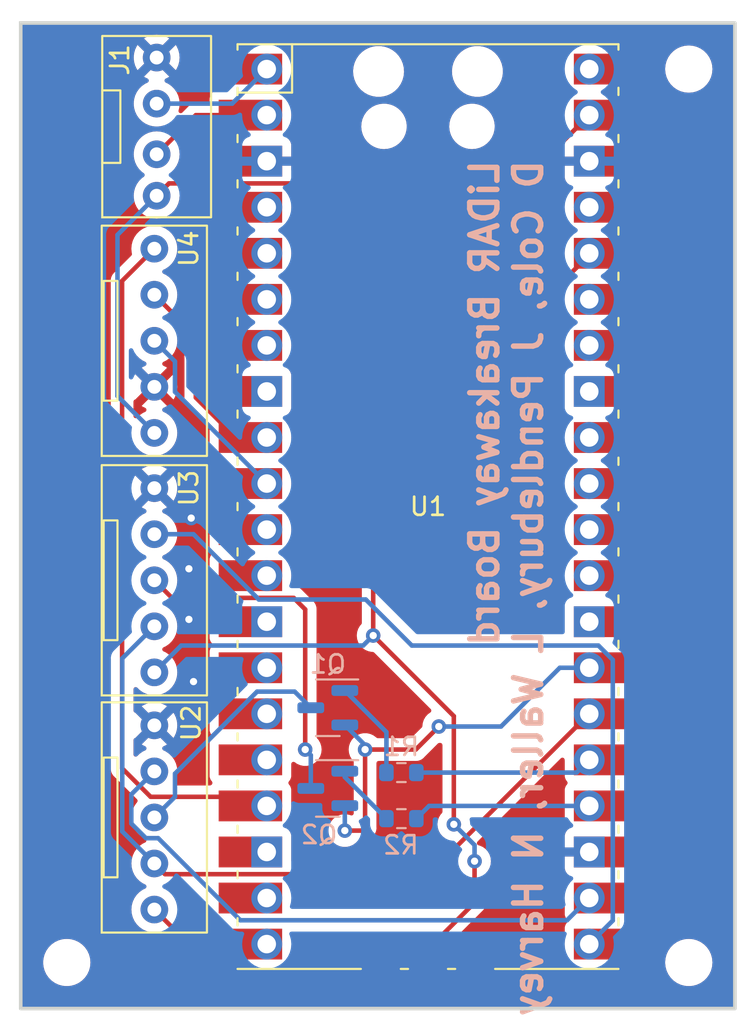
<source format=kicad_pcb>
(kicad_pcb (version 20221018) (generator pcbnew)
  (layers (0 "F.Cu" signal) (31 "B.Cu" signal) (34 "B.Paste" user) (35 "F.Paste" user) (36 "B.SilkS" user "B.Silkscreen") (37 "F.SilkS" user "F.Silkscreen") (38 "B.Mask" user) (39 "F.Mask" user) (44 "Edge.Cuts" user))
  (net 0 "")
  (net 1 "Net-(Q1-C)")
  (net 2 "Net-(Q1-B)")
  (net 3 "SCL")
  (net 4 "Net-(Q2-C)")
  (net 5 "Net-(Q2-B)")
  (net 6 "UART_0_TX")
  (net 7 "UART_0_RX")
  (net 10 "SDA")
  (net 12 "IMU_SCL")
  (net 13 "IMU_SDA")
  (net 20 "IMU_INT")
  (net 21 "INT_1")
  (net 22 "INT_2")
  (net 31 "3V3_BOARD_OUT")
  (net 33 "Earth")
  (net 34 "5V_MAIN_BOARD")
  (net 36 "Net-(U1-GPIO19)")
  (net 37 "Net-(U1-GPIO18)")
  (footprint "HEVCS_Sensor_Footprints:Conn_01x05_MOLEX" (layer "F.Cu") (at 134.94 115.885 90)
    (fp_text reference "U3" (at 5.08 1.905 90 unlocked) (layer "F.SilkS"))
    (fp_text value "~" hide)
    (fp_rect (start -6.35 -2.9) (end 6.35 2.9) (stroke (width 0.12)) (fill none) (layer "F.SilkS"))
    (fp_rect (start -3.302 -2.794) (end 3.302 -2.032) (stroke (width 0.12)) (fill none) (layer "F.SilkS"))
    (pad "1" thru_hole circle (at -5.08 0 90) (size 1.524 1.524) (drill 0.762) (layers "*.Cu" "*.Mask") (net 31 "3V3_BOARD_OUT"))
    (pad "2" thru_hole circle (at -2.54 0 90) (size 1.524 1.524) (drill 0.762) (layers "*.Cu" "*.Mask") (net 10 "SDA"))
    (pad "3" thru_hole circle (at 0 0 90) (size 1.524 1.524) (drill 0.762) (layers "*.Cu" "*.Mask") (net 4 "Net-(Q2-C)"))
    (pad "4" thru_hole circle (at 2.54 0 90) (size 1.524 1.524) (drill 0.762) (layers "*.Cu" "*.Mask") (net 22 "INT_2"))
    (pad "5" thru_hole circle (at 5.08 0 90) (size 1.524 1.524) (drill 0.762) (layers "*.Cu" "*.Mask") (net 33 "Earth"))
  )
  (footprint "HEVCS_Sensor_Footprints:Pi_Pico" (layer "F.Cu") (at 150.026 111.821)
    (fp_text reference "U1" (at 0 0) (layer "F.SilkS"))
    (fp_text value "Pico")
    (fp_line (start -10.5 -25.5) (end -10.5 -25.2) (stroke (width 0.12)) (layer "F.SilkS"))
    (fp_line (start -10.5 -25.5) (end 10.5 -25.5) (stroke (width 0.12)) (layer "F.SilkS"))
    (fp_line (start -10.5 -23.1) (end -10.5 -22.7) (stroke (width 0.12)) (layer "F.SilkS"))
    (fp_line (start -10.5 -22.833) (end -7.493 -22.833) (stroke (width 0.12)) (layer "F.SilkS"))
    (fp_line (start -10.5 -20.5) (end -10.5 -20.1) (stroke (width 0.12)) (layer "F.SilkS"))
    (fp_line (start -10.5 -18) (end -10.5 -17.6) (stroke (width 0.12)) (layer "F.SilkS"))
    (fp_line (start -10.5 -15.4) (end -10.5 -15) (stroke (width 0.12)) (layer "F.SilkS"))
    (fp_line (start -10.5 -12.9) (end -10.5 -12.5) (stroke (width 0.12)) (layer "F.SilkS"))
    (fp_line (start -10.5 -10.4) (end -10.5 -10) (stroke (width 0.12)) (layer "F.SilkS"))
    (fp_line (start -10.5 -7.8) (end -10.5 -7.4) (stroke (width 0.12)) (layer "F.SilkS"))
    (fp_line (start -10.5 -5.3) (end -10.5 -4.9) (stroke (width 0.12)) (layer "F.SilkS"))
    (fp_line (start -10.5 -2.7) (end -10.5 -2.3) (stroke (width 0.12)) (layer "F.SilkS"))
    (fp_line (start -10.5 -0.2) (end -10.5 0.2) (stroke (width 0.12)) (layer "F.SilkS"))
    (fp_line (start -10.5 2.3) (end -10.5 2.7) (stroke (width 0.12)) (layer "F.SilkS"))
    (fp_line (start -10.5 4.9) (end -10.5 5.3) (stroke (width 0.12)) (layer "F.SilkS"))
    (fp_line (start -10.5 7.4) (end -10.5 7.8) (stroke (width 0.12)) (layer "F.SilkS"))
    (fp_line (start -10.5 10) (end -10.5 10.4) (stroke (width 0.12)) (layer "F.SilkS"))
    (fp_line (start -10.5 12.5) (end -10.5 12.9) (stroke (width 0.12)) (layer "F.SilkS"))
    (fp_line (start -10.5 15.1) (end -10.5 15.5) (stroke (width 0.12)) (layer "F.SilkS"))
    (fp_line (start -10.5 17.6) (end -10.5 18) (stroke (width 0.12)) (layer "F.SilkS"))
    (fp_line (start -10.5 20.1) (end -10.5 20.5) (stroke (width 0.12)) (layer "F.SilkS"))
    (fp_line (start -10.5 22.7) (end -10.5 23.1) (stroke (width 0.12)) (layer "F.SilkS"))
    (fp_line (start -7.493 -22.833) (end -7.493 -25.5) (stroke (width 0.12)) (layer "F.SilkS"))
    (fp_line (start -3.7 25.5) (end -10.5 25.5) (stroke (width 0.12)) (layer "F.SilkS"))
    (fp_line (start -1.5 25.5) (end -1.1 25.5) (stroke (width 0.12)) (layer "F.SilkS"))
    (fp_line (start 1.1 25.5) (end 1.5 25.5) (stroke (width 0.12)) (layer "F.SilkS"))
    (fp_line (start 10.5 -25.5) (end 10.5 -25.2) (stroke (width 0.12)) (layer "F.SilkS"))
    (fp_line (start 10.5 -23.1) (end 10.5 -22.7) (stroke (width 0.12)) (layer "F.SilkS"))
    (fp_line (start 10.5 -20.5) (end 10.5 -20.1) (stroke (width 0.12)) (layer "F.SilkS"))
    (fp_line (start 10.5 -18) (end 10.5 -17.6) (stroke (width 0.12)) (layer "F.SilkS"))
    (fp_line (start 10.5 -15.4) (end 10.5 -15) (stroke (width 0.12)) (layer "F.SilkS"))
    (fp_line (start 10.5 -12.9) (end 10.5 -12.5) (stroke (width 0.12)) (layer "F.SilkS"))
    (fp_line (start 10.5 -10.4) (end 10.5 -10) (stroke (width 0.12)) (layer "F.SilkS"))
    (fp_line (start 10.5 -7.8) (end 10.5 -7.4) (stroke (width 0.12)) (layer "F.SilkS"))
    (fp_line (start 10.5 -5.3) (end 10.5 -4.9) (stroke (width 0.12)) (layer "F.SilkS"))
    (fp_line (start 10.5 -2.7) (end 10.5 -2.3) (stroke (width 0.12)) (layer "F.SilkS"))
    (fp_line (start 10.5 -0.2) (end 10.5 0.2) (stroke (width 0.12)) (layer "F.SilkS"))
    (fp_line (start 10.5 2.3) (end 10.5 2.7) (stroke (width 0.12)) (layer "F.SilkS"))
    (fp_line (start 10.5 4.9) (end 10.5 5.3) (stroke (width 0.12)) (layer "F.SilkS"))
    (fp_line (start 10.5 7.4) (end 10.5 7.8) (stroke (width 0.12)) (layer "F.SilkS"))
    (fp_line (start 10.5 10) (end 10.5 10.4) (stroke (width 0.12)) (layer "F.SilkS"))
    (fp_line (start 10.5 12.5) (end 10.5 12.9) (stroke (width 0.12)) (layer "F.SilkS"))
    (fp_line (start 10.5 15.1) (end 10.5 15.5) (stroke (width 0.12)) (layer "F.SilkS"))
    (fp_line (start 10.5 17.6) (end 10.5 18) (stroke (width 0.12)) (layer "F.SilkS"))
    (fp_line (start 10.5 20.1) (end 10.5 20.5) (stroke (width 0.12)) (layer "F.SilkS"))
    (fp_line (start 10.5 22.7) (end 10.5 23.1) (stroke (width 0.12)) (layer "F.SilkS"))
    (fp_line (start 10.5 25.5) (end 3.7 25.5) (stroke (width 0.12)) (layer "F.SilkS"))
    (pad "" np_thru_hole oval (at -2.725 -24) (size 1.8 1.8) (drill 1.8) (layers "*.Cu" "*.Mask"))
    (pad "" np_thru_hole oval (at -2.425 -20.97) (size 1.5 1.5) (drill 1.5) (layers "*.Cu" "*.Mask"))
    (pad "" np_thru_hole oval (at 2.425 -20.97) (size 1.5 1.5) (drill 1.5) (layers "*.Cu" "*.Mask"))
    (pad "" np_thru_hole oval (at 2.725 -24) (size 1.8 1.8) (drill 1.8) (layers "*.Cu" "*.Mask"))
    (pad "1" thru_hole oval (at -8.89 -24.13) (size 1.7 1.7) (drill 1.02) (layers "*.Cu" "*.Mask") (net 6 "UART_0_TX"))
    (pad "1" smd rect (at -8.89 -24.13) (size 3.5 1.7) (drill (offset -0.9 0)) (layers "F.Cu" "F.Mask") (net 6 "UART_0_TX"))
    (pad "2" thru_hole oval (at -8.89 -21.59) (size 1.7 1.7) (drill 1.02) (layers "*.Cu" "*.Mask") (net 7 "UART_0_RX"))
    (pad "2" smd rect (at -8.89 -21.59) (size 3.5 1.7) (drill (offset -0.9 0)) (layers "F.Cu" "F.Mask") (net 7 "UART_0_RX"))
    (pad "3" thru_hole rect (at -8.89 -19.05) (size 1.7 1.7) (drill 1.02) (layers "*.Cu" "*.Mask") (net 33 "Earth"))
    (pad "3" smd rect (at -8.89 -19.05) (size 3.5 1.7) (drill (offset -0.9 0)) (layers "F.Cu" "F.Mask") (net 33 "Earth"))
    (pad "4" thru_hole oval (at -8.89 -16.51) (size 1.7 1.7) (drill 1.02) (layers "*.Cu" "*.Mask"))
    (pad "4" smd rect (at -8.89 -16.51) (size 3.5 1.7) (drill (offset -0.9 0)) (layers "F.Cu" "F.Mask"))
    (pad "5" thru_hole oval (at -8.89 -13.97) (size 1.7 1.7) (drill 1.02) (layers "*.Cu" "*.Mask"))
    (pad "5" smd rect (at -8.89 -13.97) (size 3.5 1.7) (drill (offset -0.9 0)) (layers "F.Cu" "F.Mask"))
    (pad "6" thru_hole oval (at -8.89 -11.43) (size 1.7 1.7) (drill 1.02) (layers "*.Cu" "*.Mask"))
    (pad "6" smd rect (at -8.89 -11.43) (size 3.5 1.7) (drill (offset -0.9 0)) (layers "F.Cu" "F.Mask"))
    (pad "7" thru_hole oval (at -8.89 -8.89) (size 1.7 1.7) (drill 1.02) (layers "*.Cu" "*.Mask"))
    (pad "7" smd rect (at -8.89 -8.89) (size 3.5 1.7) (drill (offset -0.9 0)) (layers "F.Cu" "F.Mask"))
    (pad "8" thru_hole rect (at -8.89 -6.35) (size 1.7 1.7) (drill 1.02) (layers "*.Cu" "*.Mask"))
    (pad "8" smd rect (at -8.89 -6.35) (size 3.5 1.7) (drill (offset -0.9 0)) (layers "F.Cu" "F.Mask"))
    (pad "9" thru_hole oval (at -8.89 -3.81) (size 1.7 1.7) (drill 1.02) (layers "*.Cu" "*.Mask") (net 13 "IMU_SDA"))
    (pad "9" smd rect (at -8.89 -3.81) (size 3.5 1.7) (drill (offset -0.9 0)) (layers "F.Cu" "F.Mask") (net 13 "IMU_SDA"))
    (pad "10" thru_hole oval (at -8.89 -1.27) (size 1.7 1.7) (drill 1.02) (layers "*.Cu" "*.Mask") (net 12 "IMU_SCL"))
    (pad "10" smd rect (at -8.89 -1.27) (size 3.5 1.7) (drill (offset -0.9 0)) (layers "F.Cu" "F.Mask") (net 12 "IMU_SCL"))
    (pad "11" thru_hole oval (at -8.89 1.27) (size 1.7 1.7) (drill 1.02) (layers "*.Cu" "*.Mask"))
    (pad "11" smd rect (at -8.89 1.27) (size 3.5 1.7) (drill (offset -0.9 0)) (layers "F.Cu" "F.Mask"))
    (pad "12" thru_hole oval (at -8.89 3.81) (size 1.7 1.7) (drill 1.02) (layers "*.Cu" "*.Mask"))
    (pad "12" smd rect (at -8.89 3.81) (size 3.5 1.7) (drill (offset -0.9 0)) (layers "F.Cu" "F.Mask"))
    (pad "13" thru_hole rect (at -8.89 6.35) (size 1.7 1.7) (drill 1.02) (layers "*.Cu" "*.Mask"))
    (pad "13" smd rect (at -8.89 6.35) (size 3.5 1.7) (drill (offset -0.9 0)) (layers "F.Cu" "F.Mask"))
    (pad "14" thru_hole oval (at -8.89 8.89) (size 1.7 1.7) (drill 1.02) (layers "*.Cu" "*.Mask"))
    (pad "14" smd rect (at -8.89 8.89) (size 3.5 1.7) (drill (offset -0.9 0)) (layers "F.Cu" "F.Mask"))
    (pad "15" thru_hole oval (at -8.89 11.43) (size 1.7 1.7) (drill 1.02) (layers "*.Cu" "*.Mask"))
    (pad "15" smd rect (at -8.89 11.43) (size 3.5 1.7) (drill (offset -0.9 0)) (layers "F.Cu" "F.Mask"))
    (pad "16" thru_hole oval (at -8.89 13.97) (size 1.7 1.7) (drill 1.02) (layers "*.Cu" "*.Mask"))
    (pad "16" smd rect (at -8.89 13.97) (size 3.5 1.7) (drill (offset -0.9 0)) (layers "F.Cu" "F.Mask"))
    (pad "17" thru_hole oval (at -8.89 16.51) (size 1.7 1.7) (drill 1.02) (layers "*.Cu" "*.Mask") (net 20 "IMU_INT"))
    (pad "17" smd rect (at -8.89 16.51) (size 3.5 1.7) (drill (offset -0.9 0)) (layers "F.Cu" "F.Mask") (net 20 "IMU_INT"))
    (pad "18" thru_hole rect (at -8.89 19.05) (size 1.7 1.7) (drill 1.02) (layers "*.Cu" "*.Mask"))
    (pad "18" smd rect (at -8.89 19.05) (size 3.5 1.7) (drill (offset -0.9 0)) (layers "F.Cu" "F.Mask"))
    (pad "19" thru_hole oval (at -8.89 21.59) (size 1.7 1.7) (drill 1.02) (layers "*.Cu" "*.Mask"))
    (pad "19" smd rect (at -8.89 21.59) (size 3.5 1.7) (drill (offset -0.9 0)) (layers "F.Cu" "F.Mask"))
    (pad "20" thru_hole oval (at -8.89 24.13) (size 1.7 1.7) (drill 1.02) (layers "*.Cu" "*.Mask"))
    (pad "20" smd rect (at -8.89 24.13) (size 3.5 1.7) (drill (offset -0.9 0)) (layers "F.Cu" "F.Mask"))
    (pad "21" thru_hole oval (at 8.89 24.13) (size 1.7 1.7) (drill 1.02) (layers "*.Cu" "*.Mask") (net 22 "INT_2"))
    (pad "21" smd rect (at 8.89 24.13) (size 3.5 1.7) (drill (offset 0.9 0)) (layers "F.Cu" "F.Mask") (net 22 "INT_2"))
    (pad "22" thru_hole oval (at 8.89 21.59) (size 1.7 1.7) (drill 1.02) (layers "*.Cu" "*.Mask") (net 21 "INT_1"))
    (pad "22" smd rect (at 8.89 21.59) (size 3.5 1.7) (drill (offset 0.9 0)) (layers "F.Cu" "F.Mask") (net 21 "INT_1"))
    (pad "23" thru_hole rect (at 8.89 19.05) (size 1.7 1.7) (drill 1.02) (layers "*.Cu" "*.Mask") (net 33 "Earth"))
    (pad "23" smd rect (at 8.89 19.05) (size 3.5 1.7) (drill (offset 0.9 0)) (layers "F.Cu" "F.Mask") (net 33 "Earth"))
    (pad "24" thru_hole oval (at 8.89 16.51) (size 1.7 1.7) (drill 1.02) (layers "*.Cu" "*.Mask") (net 37 "Net-(U1-GPIO18)"))
    (pad "24" smd rect (at 8.89 16.51) (size 3.5 1.7) (drill (offset 0.9 0)) (layers "F.Cu" "F.Mask") (net 37 "Net-(U1-GPIO18)"))
    (pad "25" thru_hole oval (at 8.89 13.97) (size 1.7 1.7) (drill 1.02) (layers "*.Cu" "*.Mask") (net 36 "Net-(U1-GPIO19)"))
    (pad "25" smd rect (at 8.89 13.97) (size 3.5 1.7) (drill (offset 0.9 0)) (layers "F.Cu" "F.Mask") (net 36 "Net-(U1-GPIO19)"))
    (pad "26" thru_hole oval (at 8.89 11.43) (size 1.7 1.7) (drill 1.02) (layers "*.Cu" "*.Mask") (net 10 "SDA"))
    (pad "26" smd rect (at 8.89 11.43) (size 3.5 1.7) (drill (offset 0.9 0)) (layers "F.Cu" "F.Mask") (net 10 "SDA"))
    (pad "27" thru_hole oval (at 8.89 8.89) (size 1.7 1.7) (drill 1.02) (layers "*.Cu" "*.Mask") (net 3 "SCL"))
    (pad "27" smd rect (at 8.89 8.89) (size 3.5 1.7) (drill (offset 0.9 0)) (layers "F.Cu" "F.Mask") (net 3 "SCL"))
    (pad "28" thru_hole rect (at 8.89 6.35) (size 1.7 1.7) (drill 1.02) (layers "*.Cu" "*.Mask"))
    (pad "28" smd rect (at 8.89 6.35) (size 3.5 1.7) (drill (offset 0.9 0)) (layers "F.Cu" "F.Mask"))
    (pad "29" thru_hole oval (at 8.89 3.81) (size 1.7 1.7) (drill 1.02) (layers "*.Cu" "*.Mask"))
    (pad "29" smd rect (at 8.89 3.81) (size 3.5 1.7) (drill (offset 0.9 0)) (layers "F.Cu" "F.Mask"))
    (pad "30" thru_hole oval (at 8.89 1.27) (size 1.7 1.7) (drill 1.02) (layers "*.Cu" "*.Mask"))
    (pad "30" smd rect (at 8.89 1.27) (size 3.5 1.7) (drill (offset 0.9 0)) (layers "F.Cu" "F.Mask"))
    (pad "31" thru_hole oval (at 8.89 -1.27) (size 1.7 1.7) (drill 1.02) (layers "*.Cu" "*.Mask"))
    (pad "31" smd rect (at 8.89 -1.27) (size 3.5 1.7) (drill (offset 0.9 0)) (layers "F.Cu" "F.Mask"))
    (pad "32" thru_hole oval (at 8.89 -3.81) (size 1.7 1.7) (drill 1.02) (layers "*.Cu" "*.Mask"))
    (pad "32" smd rect (at 8.89 -3.81) (size 3.5 1.7) (drill (offset 0.9 0)) (layers "F.Cu" "F.Mask"))
    (pad "33" thru_hole rect (at 8.89 -6.35) (size 1.7 1.7) (drill 1.02) (layers "*.Cu" "*.Mask"))
    (pad "33" smd rect (at 8.89 -6.35) (size 3.5 1.7) (drill (offset 0.9 0)) (layers "F.Cu" "F.Mask"))
    (pad "34" thru_hole oval (at 8.89 -8.89) (size 1.7 1.7) (drill 1.02) (layers "*.Cu" "*.Mask"))
    (pad "34" smd rect (at 8.89 -8.89) (size 3.5 1.7) (drill (offset 0.9 0)) (layers "F.Cu" "F.Mask"))
    (pad "35" thru_hole oval (at 8.89 -11.43) (size 1.7 1.7) (drill 1.02) (layers "*.Cu" "*.Mask"))
    (pad "35" smd rect (at 8.89 -11.43) (size 3.5 1.7) (drill (offset 0.9 0)) (layers "F.Cu" "F.Mask"))
    (pad "36" thru_hole oval (at 8.89 -13.97) (size 1.7 1.7) (drill 1.02) (layers "*.Cu" "*.Mask") (net 31 "3V3_BOARD_OUT"))
    (pad "36" smd rect (at 8.89 -13.97) (size 3.5 1.7) (drill (offset 0.9 0)) (layers "F.Cu" "F.Mask") (net 31 "3V3_BOARD_OUT"))
    (pad "37" thru_hole oval (at 8.89 -16.51) (size 1.7 1.7) (drill 1.02) (layers "*.Cu" "*.Mask"))
    (pad "37" smd rect (at 8.89 -16.51) (size 3.5 1.7) (drill (offset 0.9 0)) (layers "F.Cu" "F.Mask"))
    (pad "38" thru_hole rect (at 8.89 -19.05) (size 1.7 1.7) (drill 1.02) (layers "*.Cu" "*.Mask") (net 33 "Earth"))
    (pad "38" smd rect (at 8.89 -19.05) (size 3.5 1.7) (drill (offset 0.9 0)) (layers "F.Cu" "F.Mask") (net 33 "Earth"))
    (pad "39" thru_hole oval (at 8.89 -21.59) (size 1.7 1.7) (drill 1.02) (layers "*.Cu" "*.Mask") (net 34 "5V_MAIN_BOARD"))
    (pad "39" smd rect (at 8.89 -21.59) (size 3.5 1.7) (drill (offset 0.9 0)) (layers "F.Cu" "F.Mask") (net 34 "5V_MAIN_BOARD"))
    (pad "40" thru_hole oval (at 8.89 -24.13) (size 1.7 1.7) (drill 1.02) (layers "*.Cu" "*.Mask"))
    (pad "40" smd rect (at 8.89 -24.13) (size 3.5 1.7) (drill (offset 0.9 0)) (layers "F.Cu" "F.Mask"))
  )
  (footprint "MountingHole:MountingHole_2.1mm" (layer "F.Cu") (at 164.404 136.967)
    (fp_text reference "REF**" hide)
    (fp_text value "MountingHole_2.1mm" hide)
    (pad "" np_thru_hole circle (at 0 0) (size 2.1 2.1) (drill 2.1) (layers "*.Cu" "*.Mask"))
  )
  (footprint "HEVCS_Sensor_Footprints:Conn_01x05_MOLEX" (layer "F.Cu") (at 134.94 102.677 90)
    (fp_text reference "U4" (at 5.08 1.905 90 unlocked) (layer "F.SilkS"))
    (fp_text value "~")
    (fp_rect (start -6.35 -2.9) (end 6.35 2.9) (stroke (width 0.12)) (fill none) (layer "F.SilkS"))
    (fp_rect (start -3.302 -2.794) (end 3.302 -2.032) (stroke (width 0.12)) (fill none) (layer "F.SilkS"))
    (pad "1" thru_hole circle (at -5.08 0 90) (size 1.524 1.524) (drill 0.762) (layers "*.Cu" "*.Mask") (net 34 "5V_MAIN_BOARD"))
    (pad "2" thru_hole circle (at -2.54 0 90) (size 1.524 1.524) (drill 0.762) (layers "*.Cu" "*.Mask") (net 33 "Earth"))
    (pad "3" thru_hole circle (at 0 0 90) (size 1.524 1.524) (drill 0.762) (layers "*.Cu" "*.Mask") (net 12 "IMU_SCL"))
    (pad "4" thru_hole circle (at 2.54 0 90) (size 1.524 1.524) (drill 0.762) (layers "*.Cu" "*.Mask") (net 13 "IMU_SDA"))
    (pad "8" thru_hole circle (at 5.08 0 90) (size 1.524 1.524) (drill 0.762) (layers "*.Cu" "*.Mask") (net 20 "IMU_INT"))
  )
  (footprint "MountingHole:MountingHole_2.1mm" (layer "F.Cu") (at 130.114 136.967)
    (fp_text reference "REF**" hide)
    (fp_text value "MountingHole_2.1mm" hide)
    (pad "" np_thru_hole circle (at 0 0) (size 2.1 2.1) (drill 2.1) (layers "*.Cu" "*.Mask"))
  )
  (footprint "HEVCS_Sensor_Footprints:Conn_01x05_MOLEX" (layer "F.Cu") (at 134.94 128.966 90)
    (fp_text reference "U2" (at 5.207 2.032 90 unlocked) (layer "F.SilkS"))
    (fp_text value "~" hide)
    (fp_rect (start -6.35 -2.9) (end 6.35 2.9) (stroke (width 0.12)) (fill none) (layer "F.SilkS"))
    (fp_rect (start -3.302 -2.794) (end 3.302 -2.032) (stroke (width 0.12)) (fill none) (layer "F.SilkS"))
    (pad "1" thru_hole circle (at -5.08 0 90) (size 1.524 1.524) (drill 0.762) (layers "*.Cu" "*.Mask") (net 31 "3V3_BOARD_OUT"))
    (pad "2" thru_hole circle (at -2.54 0 90) (size 1.524 1.524) (drill 0.762) (layers "*.Cu" "*.Mask") (net 10 "SDA"))
    (pad "3" thru_hole circle (at 0 0 90) (size 1.524 1.524) (drill 0.762) (layers "*.Cu" "*.Mask") (net 1 "Net-(Q1-C)"))
    (pad "4" thru_hole circle (at 2.54 0 90) (size 1.524 1.524) (drill 0.762) (layers "*.Cu" "*.Mask") (net 21 "INT_1"))
    (pad "5" thru_hole circle (at 5.08 0 90) (size 1.524 1.524) (drill 0.762) (layers "*.Cu" "*.Mask") (net 33 "Earth"))
  )
  (footprint "MountingHole:MountingHole_2.1mm" (layer "F.Cu") (at 164.404 87.691)
    (fp_text reference "REF**" hide)
    (fp_text value "MountingHole_2.1mm" hide)
    (pad "" np_thru_hole circle (at 0 0) (size 2.1 2.1) (drill 2.1) (layers "*.Cu" "*.Mask"))
  )
  (footprint "HEVCS_Sensor_Footprints:Conn_01x04_MOLEX" (layer "F.Cu") (at 135.067 90.866 90)
    (fp_text reference "J1" (at 3.683 -2.032 90 unlocked) (layer "F.SilkS"))
    (fp_text value "Conn_01x04")
    (fp_rect (start -5 -3) (end 5 3) (stroke (width 0.12)) (fill none) (layer "F.SilkS"))
    (fp_rect (start -2 -3) (end 2 -2) (stroke (width 0.12)) (fill none) (layer "F.SilkS"))
    (pad "1" thru_hole circle (at -3.81 0 90) (size 1.524 1.524) (drill 0.762) (layers "*.Cu" "*.Mask") (net 34 "5V_MAIN_BOARD"))
    (pad "2" thru_hole circle (at -1.524 0 90) (size 1.524 1.524) (drill 0.762) (layers "*.Cu" "*.Mask") (net 7 "UART_0_RX"))
    (pad "3" thru_hole circle (at 1.27 0 90) (size 1.524 1.524) (drill 0.762) (layers "*.Cu" "*.Mask") (net 6 "UART_0_TX"))
    (pad "4" thru_hole circle (at 3.81 0 90) (size 1.524 1.524) (drill 0.762) (layers "*.Cu" "*.Mask") (net 33 "Earth"))
  )
  (footprint "Package_TO_SOT_SMD:SOT-23" (layer "B.Cu") (at 144.5029 122.9158 180)
    (fp_text reference "Q1" (at 0 2.4) (layer "B.SilkS") (effects (justify mirror)))
    (fp_text value "BC817")
    (fp_line (start 0 -1.56) (end -0.65 -1.56) (stroke (width 0.12)) (layer "B.SilkS"))
    (fp_line (start 0 -1.56) (end 0.65 -1.56) (stroke (width 0.12)) (layer "B.SilkS"))
    (fp_line (start 0 1.56) (end -1.675 1.56) (stroke (width 0.12)) (layer "B.SilkS"))
    (fp_line (start 0 1.56) (end 0.65 1.56) (stroke (width 0.12)) (layer "B.SilkS"))
    (pad "1" smd roundrect (at -0.9375 0.95 180) (size 1.475 0.6) (layers "B.Cu" "B.Paste" "B.Mask") (net 2 "Net-(Q1-B)"))
    (pad "2" smd roundrect (at -0.9375 -0.95 180) (size 1.475 0.6) (layers "B.Cu" "B.Paste" "B.Mask") (net 3 "SCL"))
    (pad "3" smd roundrect (at 0.9375 0 180) (size 1.475 0.6) (layers "B.Cu" "B.Paste" "B.Mask") (net 1 "Net-(Q1-C)"))
  )
  (footprint "Resistor_SMD:R_0603_1608Metric" (layer "B.Cu") (at 148.559 126.492 180)
    (fp_text reference "R1" (at 0 1.43) (layer "B.SilkS") (effects (justify mirror)))
    (fp_text value "10K")
    (fp_line (start -0.237258 -0.5225) (end 0.237258 -0.5225) (stroke (width 0.12)) (layer "B.SilkS"))
    (fp_line (start -0.237258 0.5225) (end 0.237258 0.5225) (stroke (width 0.12)) (layer "B.SilkS"))
    (pad "1" smd roundrect (at -0.825 0 180) (size 0.8 0.95) (layers "B.Cu" "B.Paste" "B.Mask") (net 36 "Net-(U1-GPIO19)"))
    (pad "2" smd roundrect (at 0.825 0 180) (size 0.8 0.95) (layers "B.Cu" "B.Paste" "B.Mask") (net 2 "Net-(Q1-B)"))
  )
  (footprint "Resistor_SMD:R_0603_1608Metric" (layer "B.Cu") (at 148.559 129.032 180)
    (fp_text reference "R2" (at 0.03 -1.458) (layer "B.SilkS") (effects (justify mirror)))
    (fp_text value "10K")
    (fp_line (start -0.237258 -0.5225) (end 0.237258 -0.5225) (stroke (width 0.12)) (layer "B.SilkS"))
    (fp_line (start -0.237258 0.5225) (end 0.237258 0.5225) (stroke (width 0.12)) (layer "B.SilkS"))
    (pad "1" smd roundrect (at -0.825 0 180) (size 0.8 0.95) (layers "B.Cu" "B.Paste" "B.Mask") (net 37 "Net-(U1-GPIO18)"))
    (pad "2" smd roundrect (at 0.825 0 180) (size 0.8 0.95) (layers "B.Cu" "B.Paste" "B.Mask") (net 5 "Net-(Q2-B)"))
  )
  (footprint "Package_TO_SOT_SMD:SOT-23" (layer "B.Cu") (at 144.5029 127.3658 180)
    (fp_text reference "Q2" (at 0.4849 -2.5552) (layer "B.SilkS") (effects (justify mirror)))
    (fp_text value "BC817")
    (fp_line (start 0 -1.56) (end -0.65 -1.56) (stroke (width 0.12)) (layer "B.SilkS"))
    (fp_line (start 0 -1.56) (end 0.65 -1.56) (stroke (width 0.12)) (layer "B.SilkS"))
    (fp_line (start 0 1.56) (end -1.675 1.56) (stroke (width 0.12)) (layer "B.SilkS"))
    (fp_line (start 0 1.56) (end 0.65 1.56) (stroke (width 0.12)) (layer "B.SilkS"))
    (pad "1" smd roundrect (at -0.9375 0.95 180) (size 1.475 0.6) (layers "B.Cu" "B.Paste" "B.Mask") (net 5 "Net-(Q2-B)"))
    (pad "2" smd roundrect (at -0.9375 -0.95 180) (size 1.475 0.6) (layers "B.Cu" "B.Paste" "B.Mask") (net 3 "SCL"))
    (pad "3" smd roundrect (at 0.9375 0 180) (size 1.475 0.6) (layers "B.Cu" "B.Paste" "B.Mask") (net 4 "Net-(Q2-C)"))
  )
  (gr_rect (start 127.574 85.151) (end 166.944 139.507) (stroke (width 0.2)) (fill none) (layer "Edge.Cuts"))
  (gr_text "LiDAR Breakaway Board\nD Cole, J Pendlebury, L Waller, N Harvey" (at 156.4386 92.5576 90) (layer "B.SilkS") (effects (font (size 1.5 1.5) (thickness 0.3) bold) (justify left bottom mirror)))
  (segment (start 136.077 126.553) (end 140.604 122.026) (width 0.25) (layer "B.Cu") (net 1))
  (segment (start 140.604 122.026) (end 142.6756 122.026) (width 0.25) (layer "B.Cu") (net 1))
  (segment (start 142.6756 122.026) (end 143.5654 122.9158) (width 0.25) (layer "B.Cu") (net 1))
  (segment (start 134.94 128.966) (end 136.077 127.829) (width 0.25) (layer "B.Cu") (net 1))
  (segment (start 136.077 127.829) (end 136.077 126.553) (width 0.25) (layer "B.Cu") (net 1))
  (segment (start 145.4404 121.9658) (end 147.734 124.2594) (width 0.25) (layer "B.Cu") (net 2))
  (segment (start 147.734 124.2594) (end 147.734 126.492) (width 0.25) (layer "B.Cu") (net 2))
  (segment (start 145.4404 129.6924) (end 146.4056 129.6924) (width 0.25) (layer "F.Cu") (net 3))
  (segment (start 146.558 129.54) (end 146.558 125.222) (width 0.25) (layer "F.Cu") (net 3))
  (segment (start 146.4056 129.6924) (end 146.558 129.54) (width 0.25) (layer "F.Cu") (net 3))
  (segment (start 149.352 125.222) (end 150.622 123.952) (width 0.25) (layer "F.Cu") (net 3))
  (segment (start 146.558 125.222) (end 149.352 125.222) (width 0.25) (layer "F.Cu") (net 3))
  (via (at 145.4404 129.6924) (size 0.8) (drill 0.4) (layers "F.Cu" "B.Cu") (net 3))
  (via (at 150.622 123.952) (size 0.8) (drill 0.4) (layers "F.Cu" "B.Cu") (net 3))
  (via (at 146.558 125.222) (size 0.8) (drill 0.4) (layers "F.Cu" "B.Cu") (net 3))
  (segment (start 145.4404 129.6924) (end 145.4404 128.3158) (width 0.25) (layer "B.Cu") (net 3))
  (segment (start 150.622 123.952) (end 154.051 123.952) (width 0.25) (layer "B.Cu") (net 3))
  (segment (start 146.558 124.9834) (end 145.4404 123.8658) (width 0.25) (layer "B.Cu") (net 3))
  (segment (start 146.558 125.222) (end 146.558 124.9834) (width 0.25) (layer "B.Cu") (net 3))
  (segment (start 157.292 120.711) (end 158.916 120.711) (width 0.25) (layer "B.Cu") (net 3))
  (segment (start 154.051 123.952) (end 157.292 120.711) (width 0.25) (layer "B.Cu") (net 3))
  (segment (start 143.256 125.222) (end 143.256 117.491) (width 0.25) (layer "F.Cu") (net 4))
  (segment (start 142.621 116.856) (end 135.911 116.856) (width 0.25) (layer "F.Cu") (net 4))
  (segment (start 135.911 116.856) (end 134.94 115.885) (width 0.25) (layer "F.Cu") (net 4))
  (segment (start 143.256 117.491) (end 142.621 116.856) (width 0.25) (layer "F.Cu") (net 4))
  (via (at 143.256 125.222) (size 0.8) (drill 0.4) (layers "F.Cu" "B.Cu") (net 4))
  (segment (start 143.5654 125.5314) (end 143.256 125.222) (width 0.25) (layer "B.Cu") (net 4))
  (segment (start 143.5654 127.3658) (end 143.5654 125.5314) (width 0.25) (layer "B.Cu") (net 4))
  (segment (start 145.4404 126.7384) (end 147.734 129.032) (width 0.25) (layer "B.Cu") (net 5))
  (segment (start 145.4404 126.4158) (end 145.4404 126.7384) (width 0.25) (layer "B.Cu") (net 5))
  (segment (start 135.067 89.596) (end 139.231 89.596) (width 0.25) (layer "B.Cu") (net 6))
  (segment (start 139.231 89.596) (end 141.136 87.691) (width 0.25) (layer "B.Cu") (net 6))
  (segment (start 135.067 92.39) (end 137.226 90.231) (width 0.25) (layer "F.Cu") (net 7))
  (segment (start 137.226 90.231) (end 141.136 90.231) (width 0.25) (layer "F.Cu") (net 7))
  (segment (start 150.071 132.096) (end 158.916 123.251) (width 0.25) (layer "F.Cu") (net 10))
  (segment (start 135.53 132.096) (end 150.071 132.096) (width 0.25) (layer "F.Cu") (net 10))
  (segment (start 134.94 131.506) (end 135.53 132.096) (width 0.25) (layer "F.Cu") (net 10))
  (segment (start 133.17 120.195) (end 134.94 118.425) (width 0.25) (layer "B.Cu") (net 10))
  (segment (start 134.94 131.506) (end 133.17 129.736) (width 0.25) (layer "B.Cu") (net 10))
  (segment (start 133.17 129.736) (end 133.17 120.195) (width 0.25) (layer "B.Cu") (net 10))
  (segment (start 136.077 105.492) (end 141.136 110.551) (width 0.25) (layer "B.Cu") (net 12))
  (segment (start 134.94 102.677) (end 136.077 103.814) (width 0.25) (layer "B.Cu") (net 12))
  (segment (start 136.077 103.814) (end 136.077 105.492) (width 0.25) (layer "B.Cu") (net 12))
  (segment (start 137.226 102.423) (end 134.94 100.137) (width 0.25) (layer "F.Cu") (net 13))
  (segment (start 137.226 105.811) (end 137.226 102.423) (width 0.25) (layer "F.Cu") (net 13))
  (segment (start 141.136 108.011) (end 139.426 108.011) (width 0.25) (layer "F.Cu") (net 13))
  (segment (start 139.426 108.011) (end 137.226 105.811) (width 0.25) (layer "F.Cu") (net 13))
  (segment (start 133.162 99.375) (end 133.162 126.255961) (width 0.25) (layer "F.Cu") (net 20))
  (segment (start 140.634 127.829) (end 141.136 128.331) (width 0.25) (layer "F.Cu") (net 20))
  (segment (start 133.162 126.255961) (end 134.735039 127.829) (width 0.25) (layer "F.Cu") (net 20))
  (segment (start 134.735039 127.829) (end 140.634 127.829) (width 0.25) (layer "F.Cu") (net 20))
  (segment (start 134.94 97.597) (end 133.162 99.375) (width 0.25) (layer "F.Cu") (net 20))
  (segment (start 139.677961 134.636) (end 135.150961 130.109) (width 0.25) (layer "B.Cu") (net 21))
  (segment (start 134.475039 130.109) (end 133.67 129.303961) (width 0.25) (layer "B.Cu") (net 21))
  (segment (start 135.150961 130.109) (end 134.475039 130.109) (width 0.25) (layer "B.Cu") (net 21))
  (segment (start 158.916 133.411) (end 157.691 134.636) (width 0.25) (layer "B.Cu") (net 21))
  (segment (start 133.67 127.696) (end 134.94 126.426) (width 0.25) (layer "B.Cu") (net 21))
  (segment (start 133.67 129.303961) (end 133.67 127.696) (width 0.25) (layer "B.Cu") (net 21))
  (segment (start 157.691 134.636) (end 139.677961 134.636) (width 0.25) (layer "B.Cu") (net 21))
  (segment (start 137.099 113.345) (end 140.7 116.946) (width 0.25) (layer "B.Cu") (net 22))
  (segment (start 140.7 116.946) (end 146.595 116.946) (width 0.25) (layer "B.Cu") (net 22))
  (segment (start 134.94 113.345) (end 137.099 113.345) (width 0.25) (layer "B.Cu") (net 22))
  (segment (start 159.423412 119.486) (end 160.213 120.275588) (width 0.25) (layer "B.Cu") (net 22))
  (segment (start 146.595 116.946) (end 149.135 119.486) (width 0.25) (layer "B.Cu") (net 22))
  (segment (start 149.135 119.486) (end 159.423412 119.486) (width 0.25) (layer "B.Cu") (net 22))
  (segment (start 160.213 120.275588) (end 160.213 134.654) (width 0.25) (layer "B.Cu") (net 22))
  (segment (start 160.213 134.654) (end 158.916 135.951) (width 0.25) (layer "B.Cu") (net 22))
  (segment (start 147.132 137.475) (end 147.259 137.602) (width 0.25) (layer "F.Cu") (net 31))
  (segment (start 152.593 133.665) (end 152.593 131.506) (width 0.25) (layer "F.Cu") (net 31))
  (segment (start 151.45 123.378) (end 147.005 118.933) (width 0.25) (layer "F.Cu") (net 31))
  (segment (start 158.916 97.941) (end 158.916 97.851) (width 0.25) (layer "F.Cu") (net 31))
  (segment (start 134.94 134.046) (end 138.369 137.475) (width 0.25) (layer "F.Cu") (net 31))
  (segment (start 152.593 131.506) (end 152.593 131.379) (width 0.25) (layer "F.Cu") (net 31))
  (segment (start 147.005 109.852) (end 158.916 97.941) (width 0.25) (layer "F.Cu") (net 31))
  (segment (start 147.259 137.602) (end 148.656 137.602) (width 0.25) (layer "F.Cu") (net 31))
  (segment (start 148.656 137.602) (end 152.593 133.665) (width 0.25) (layer "F.Cu") (net 31))
  (segment (start 151.45 129.347) (end 151.45 123.378) (width 0.25) (layer "F.Cu") (net 31))
  (segment (start 147.005 118.933) (end 147.005 109.852) (width 0.25) (layer "F.Cu") (net 31))
  (segment (start 138.369 137.475) (end 147.132 137.475) (width 0.25) (layer "F.Cu") (net 31))
  (via (at 152.593 131.379) (size 0.8) (drill 0.4) (layers "F.Cu" "B.Cu") (net 31))
  (via (at 151.45 129.347) (size 0.8) (drill 0.4) (layers "F.Cu" "B.Cu") (net 31))
  (via (at 147.005 118.933) (size 0.8) (drill 0.4) (layers "F.Cu" "B.Cu") (net 31))
  (segment (start 152.593 130.49) (end 151.45 129.347) (width 0.25) (layer "B.Cu") (net 31))
  (segment (start 146.452 119.486) (end 147.005 118.933) (width 0.25) (layer "B.Cu") (net 31))
  (segment (start 152.593 131.379) (end 152.593 130.49) (width 0.25) (layer "B.Cu") (net 31))
  (segment (start 136.419 119.486) (end 146.452 119.486) (width 0.25) (layer "B.Cu") (net 31))
  (segment (start 134.94 120.965) (end 136.419 119.486) (width 0.25) (layer "B.Cu") (net 31))
  (via (at 136.845 115.25) (size 0.8) (drill 0.4) (layers "F.Cu" "B.Cu") (net 33))
  (via (at 137.099 121.473) (size 0.8) (drill 0.4) (layers "F.Cu" "B.Cu") (net 33))
  (via (at 136.845 118.044) (size 0.8) (drill 0.4) (layers "F.Cu" "B.Cu") (net 33))
  (via (at 136.972 112.456) (size 0.8) (drill 0.4) (layers "F.Cu" "B.Cu") (net 33))
  (segment (start 136.845 118.044) (end 136.845 115.25) (width 0.25) (layer "B.Cu") (net 33))
  (segment (start 135.067 94.676) (end 135.747 93.996) (width 0.25) (layer "F.Cu") (net 34))
  (segment (start 135.747 93.996) (end 155.151 93.996) (width 0.25) (layer "F.Cu") (net 34))
  (segment (start 155.151 93.996) (end 158.916 90.231) (width 0.25) (layer "F.Cu") (net 34))
  (segment (start 134.94 107.757) (end 132.908 105.725) (width 0.25) (layer "B.Cu") (net 34))
  (segment (start 132.908 96.835) (end 135.067 94.676) (width 0.25) (layer "B.Cu") (net 34))
  (segment (start 132.908 105.725) (end 132.908 96.835) (width 0.25) (layer "B.Cu") (net 34))
  (segment (start 158.215 126.492) (end 149.384 126.492) (width 0.25) (layer "B.Cu") (net 36))
  (segment (start 158.916 125.791) (end 158.215 126.492) (width 0.25) (layer "B.Cu") (net 36))
  (segment (start 150.085 128.331) (end 149.384 129.032) (width 0.25) (layer "B.Cu") (net 37))
  (segment (start 158.916 128.331) (end 150.085 128.331) (width 0.25) (layer "B.Cu") (net 37))
  (zone (net 33) (net_name "Earth") (layers "F&B.Cu") (connect_pads (clearance 0.5)) (min_thickness 0.25) (fill yes (thermal_gap 0.5) (thermal_bridge_width 0.5))
    (polygon (pts (xy 126.685 83.881) (xy 167.706 83.881) (xy 167.833 139.761) (xy 126.431 139.507)))
  )
)
</source>
